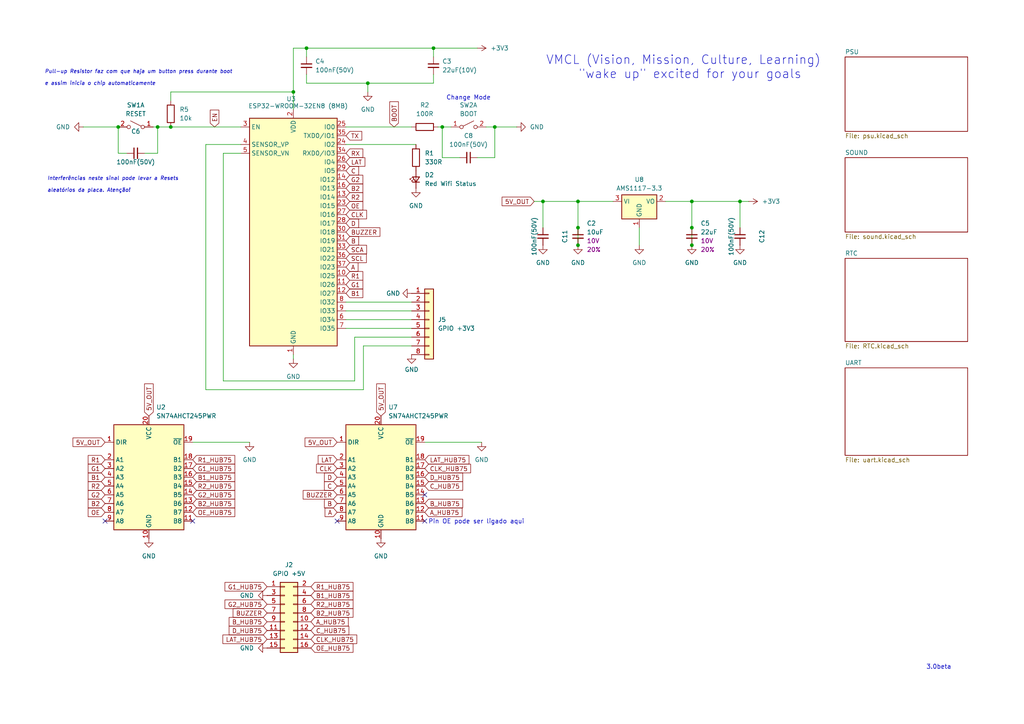
<source format=kicad_sch>
(kicad_sch (version 20250114) (generator "eeschema") (generator_version "9.0")
  (paper "A4")
  (lib_symbols
    (symbol "Connector_Generic:Conn_01x08" (pin_names (offset 1.016) (hide yes))
      (property "Reference" "J" (at 0 10.16 0))
      (property "Value" "Conn_01x08" (at 0 -12.7 0))
      (symbol "Conn_01x08_1_1"
        (rectangle (start -1.27 8.89) (end 1.27 -11.43) (stroke (width 0.254)) (fill (type background)))
        (rectangle (start -1.27 7.747) (end 0 7.493) (stroke (width 0.1524)))
        (rectangle (start -1.27 5.207) (end 0 4.953) (stroke (width 0.1524)))
        (rectangle (start -1.27 2.667) (end 0 2.413) (stroke (width 0.1524)))
        (rectangle (start -1.27 0.127) (end 0 -0.127) (stroke (width 0.1524)))
        (rectangle (start -1.27 -2.413) (end 0 -2.667) (stroke (width 0.1524)))
        (rectangle (start -1.27 -4.953) (end 0 -5.207) (stroke (width 0.1524)))
        (rectangle (start -1.27 -7.493) (end 0 -7.747) (stroke (width 0.1524)))
        (rectangle (start -1.27 -10.033) (end 0 -10.287) (stroke (width 0.1524)))
        (pin passive line (at -5.08 7.62 0) (length 3.81) (name "Pin_1") (number "1"))
        (pin passive line (at -5.08 5.08 0) (length 3.81) (name "Pin_2") (number "2"))
        (pin passive line (at -5.08 2.54 0) (length 3.81) (name "Pin_3") (number "3"))
        (pin passive line (at -5.08 0 0) (length 3.81) (name "Pin_4") (number "4"))
        (pin passive line (at -5.08 -2.54 0) (length 3.81) (name "Pin_5") (number "5"))
        (pin passive line (at -5.08 -5.08 0) (length 3.81) (name "Pin_6") (number "6"))
        (pin passive line (at -5.08 -7.62 0) (length 3.81) (name "Pin_7") (number "7"))
        (pin passive line (at -5.08 -10.16 0) (length 3.81) (name "Pin_8") (number "8"))
      )
    )
    (symbol "Connector_Generic:Conn_02x08_Odd_Even" (pin_names (offset 1.016) (hide yes))
      (property "Reference" "J" (at 1.27 10.16 0))
      (property "Value" "Conn_02x08_Odd_Even" (at 1.27 -12.7 0))
      (symbol "Conn_02x08_Odd_Even_1_1"
        (rectangle (start -1.27 8.89) (end 3.81 -11.43) (stroke (width 0.254)) (fill (type background)))
        (rectangle (start -1.27 7.747) (end 0 7.493) (stroke (width 0.1524)))
        (rectangle (start -1.27 5.207) (end 0 4.953) (stroke (width 0.1524)))
        (rectangle (start -1.27 2.667) (end 0 2.413) (stroke (width 0.1524)))
        (rectangle (start -1.27 0.127) (end 0 -0.127) (stroke (width 0.1524)))
        (rectangle (start -1.27 -2.413) (end 0 -2.667) (stroke (width 0.1524)))
        (rectangle (start -1.27 -4.953) (end 0 -5.207) (stroke (width 0.1524)))
        (rectangle (start -1.27 -7.493) (end 0 -7.747) (stroke (width 0.1524)))
        (rectangle (start -1.27 -10.033) (end 0 -10.287) (stroke (width 0.1524)))
        (rectangle (start 3.81 7.747) (end 2.54 7.493) (stroke (width 0.1524)))
        (rectangle (start 3.81 5.207) (end 2.54 4.953) (stroke (width 0.1524)))
        (rectangle (start 3.81 2.667) (end 2.54 2.413) (stroke (width 0.1524)))
        (rectangle (start 3.81 0.127) (end 2.54 -0.127) (stroke (width 0.1524)))
        (rectangle (start 3.81 -2.413) (end 2.54 -2.667) (stroke (width 0.1524)))
        (rectangle (start 3.81 -4.953) (end 2.54 -5.207) (stroke (width 0.1524)))
        (rectangle (start 3.81 -7.493) (end 2.54 -7.747) (stroke (width 0.1524)))
        (rectangle (start 3.81 -10.033) (end 2.54 -10.287) (stroke (width 0.1524)))
        (pin passive line (at -5.08 7.62 0) (length 3.81) (name "Pin_1") (number "1"))
        (pin passive line (at -5.08 5.08 0) (length 3.81) (name "Pin_3") (number "3"))
        (pin passive line (at -5.08 2.54 0) (length 3.81) (name "Pin_5") (number "5"))
        (pin passive line (at -5.08 0 0) (length 3.81) (name "Pin_7") (number "7"))
        (pin passive line (at -5.08 -2.54 0) (length 3.81) (name "Pin_9") (number "9"))
        (pin passive line (at -5.08 -5.08 0) (length 3.81) (name "Pin_11") (number "11"))
        (pin passive line (at -5.08 -7.62 0) (length 3.81) (name "Pin_13") (number "13"))
        (pin passive line (at -5.08 -10.16 0) (length 3.81) (name "Pin_15") (number "15"))
        (pin passive line (at 7.62 7.62 180) (length 3.81) (name "Pin_2") (number "2"))
        (pin passive line (at 7.62 5.08 180) (length 3.81) (name "Pin_4") (number "4"))
        (pin passive line (at 7.62 2.54 180) (length 3.81) (name "Pin_6") (number "6"))
        (pin passive line (at 7.62 0 180) (length 3.81) (name "Pin_8") (number "8"))
        (pin passive line (at 7.62 -2.54 180) (length 3.81) (name "Pin_10") (number "10"))
        (pin passive line (at 7.62 -5.08 180) (length 3.81) (name "Pin_12") (number "12"))
        (pin passive line (at 7.62 -7.62 180) (length 3.81) (name "Pin_14") (number "14"))
        (pin passive line (at 7.62 -10.16 180) (length 3.81) (name "Pin_16") (number "16"))
      )
    )
    (symbol "Device:C_Small" (pin_numbers (hide yes)) (pin_names (offset 0.254) (hide yes))
      (property "Reference" "C" (at 0.254 1.778 0))
      (property "Value" "C_Small" (at 0.254 -2.032 0))
      (symbol "C_Small_0_1"
        (polyline (pts (xy -1.524 0.508) (xy 1.524 0.508)) (stroke (width 0.3048)))
        (polyline (pts (xy -1.524 -0.508) (xy 1.524 -0.508)) (stroke (width 0.3302)))
      )
      (symbol "C_Small_1_1"
        (pin passive line (at 0 2.54 270) (length 2.032) (name "~") (number "1"))
        (pin passive line (at 0 -2.54 90) (length 2.032) (name "~") (number "2"))
      )
    )
    (symbol "Device:R" (pin_numbers (hide yes)) (pin_names (offset 0))
      (property "Reference" "R" (at 2.032 0 90))
      (property "Value" "R" (at 0 0 90))
      (symbol "R_0_1"
        (rectangle (start -1.016 -2.54) (end 1.016 2.54) (stroke (width 0.254)))
      )
      (symbol "R_1_1"
        (pin passive line (at 0 3.81 270) (length 1.27) (name "~") (number "1"))
        (pin passive line (at 0 -3.81 90) (length 1.27) (name "~") (number "2"))
      )
    )
    (symbol "Logic_LevelTranslator:SN74LVC245APW"
      (property "Reference" "U" (at -10.16 17.78 0))
      (property "Value" "SN74LVC245APW" (at 10.16 17.78 0))
      (symbol "SN74LVC245APW_0_1"
        (rectangle (start -10.16 15.24) (end 10.16 -15.24) (stroke (width 0.254)) (fill (type background)))
      )
      (symbol "SN74LVC245APW_1_1"
        (pin input line (at -12.7 10.16 0) (length 2.54) (name "DIR") (number "1"))
        (pin bidirectional line (at -12.7 5.08 0) (length 2.54) (name "A1") (number "2"))
        (pin bidirectional line (at -12.7 2.54 0) (length 2.54) (name "A2") (number "3"))
        (pin bidirectional line (at -12.7 0 0) (length 2.54) (name "A3") (number "4"))
        (pin bidirectional line (at -12.7 -2.54 0) (length 2.54) (name "A4") (number "5"))
        (pin bidirectional line (at -12.7 -5.08 0) (length 2.54) (name "A5") (number "6"))
        (pin bidirectional line (at -12.7 -7.62 0) (length 2.54) (name "A6") (number "7"))
        (pin bidirectional line (at -12.7 -10.16 0) (length 2.54) (name "A7") (number "8"))
        (pin bidirectional line (at -12.7 -12.7 0) (length 2.54) (name "A8") (number "9"))
        (pin power_in line (at 0 17.78 270) (length 2.54) (name "VCC") (number "20"))
        (pin power_in line (at 0 -17.78 90) (length 2.54) (name "GND") (number "10"))
        (pin input line (at 12.7 10.16 180) (length 2.54) (name "~{OE}") (number "19"))
        (pin bidirectional line (at 12.7 5.08 180) (length 2.54) (name "B1") (number "18"))
        (pin bidirectional line (at 12.7 2.54 180) (length 2.54) (name "B2") (number "17"))
        (pin bidirectional line (at 12.7 0 180) (length 2.54) (name "B3") (number "16"))
        (pin bidirectional line (at 12.7 -2.54 180) (length 2.54) (name "B4") (number "15"))
        (pin bidirectional line (at 12.7 -5.08 180) (length 2.54) (name "B5") (number "14"))
        (pin bidirectional line (at 12.7 -7.62 180) (length 2.54) (name "B6") (number "13"))
        (pin bidirectional line (at 12.7 -10.16 180) (length 2.54) (name "B7") (number "12"))
        (pin bidirectional line (at 12.7 -12.7 180) (length 2.54) (name "B8") (number "11"))
      )
    )
    (symbol "PCM_SparkFun-Capacitor:10uF_0603_10V_20%" (pin_numbers (hide yes)) (pin_names (offset 0.254))
      (property "Reference" "C" (at 0.635 2.54 0))
      (property "Value" "10uF" (at 0.635 -2.54 0))
      (property "Voltage" "10V" (at 0 -6.35 0))
      (property "Tolerance" "20%" (at 0 -8.89 0))
      (symbol "10uF_0603_10V_20%_0_1"
        (polyline (pts (xy -1.524 0.508) (xy 1.524 0.508)) (stroke (width 0.3048)))
        (polyline (pts (xy -1.524 -0.508) (xy 1.524 -0.508)) (stroke (width 0.3302)))
      )
      (symbol "10uF_0603_10V_20%_1_1"
        (pin passive line (at 0 2.54 270) (length 2.032) (name "~") (number "1"))
        (pin passive line (at 0 -2.54 90) (length 2.032) (name "~") (number "2"))
      )
    )
    (symbol "PCM_SparkFun-LED:LED_Red_0402" (pin_numbers (hide yes)) (pin_names (offset 1.016) (hide yes))
      (property "Reference" "D" (at 0 2.54 0))
      (property "Value" "Red" (at 0 -2.54 0))
      (symbol "LED_Red_0402_0_1"
        (polyline (pts (xy -0.762 -1.016) (xy -0.762 1.016)) (stroke (width 0.254)))
        (polyline (pts (xy 0 0.762) (xy -0.508 1.27) (xy -0.254 1.27) (xy -0.508 1.27) (xy -0.508 1.016)))
        (polyline (pts (xy 0.508 1.27) (xy 0 1.778) (xy 0.254 1.778) (xy 0 1.778) (xy 0 1.524)))
        (polyline (pts (xy 0.762 -1.016) (xy -0.762 0) (xy 0.762 1.016) (xy 0.762 -1.016)) (stroke (width 0.254)))
        (polyline (pts (xy 1.016 0) (xy -0.762 0)))
      )
      (symbol "LED_Red_0402_1_1"
        (pin passive line (at -2.54 0 0) (length 1.778) (name "K") (number "1"))
        (pin passive line (at 2.54 0 180) (length 1.778) (name "A") (number "2"))
      )
    )
    (symbol "RF_Module:ESP32-WROOM-32E"
      (property "Reference" "U" (at -12.7 34.29 0))
      (property "Value" "ESP32-WROOM-32E" (at 1.27 34.29 0))
      (symbol "ESP32-WROOM-32E_0_1"
        (rectangle (start -12.7 33.02) (end 12.7 -33.02) (stroke (width 0.254)) (fill (type background)))
      )
      (symbol "ESP32-WROOM-32E_1_1"
        (pin input line (at -15.24 30.48 0) (length 2.54) (name "EN") (number "3"))
        (pin input line (at -15.24 25.4 0) (length 2.54) (name "SENSOR_VP") (number "4"))
        (pin input line (at -15.24 22.86 0) (length 2.54) (name "SENSOR_VN") (number "5"))
        (pin no_connect line (at -12.7 0 0) (length 2.54) (hide yes) (name "NC") (number "21"))
        (pin no_connect line (at -12.7 -2.54 0) (length 2.54) (hide yes) (name "NC") (number "22"))
        (pin no_connect line (at -12.7 -5.08 0) (length 2.54) (hide yes) (name "NC") (number "17"))
        (pin no_connect line (at -12.7 -7.62 0) (length 2.54) (hide yes) (name "NC") (number "18"))
        (pin no_connect line (at -12.7 -10.16 0) (length 2.54) (hide yes) (name "NC") (number "20"))
        (pin no_connect line (at -12.7 -12.7 0) (length 2.54) (hide yes) (name "NC") (number "19"))
        (pin no_connect line (at -12.7 -27.94 0) (length 2.54) (hide yes) (name "NC") (number "32"))
        (pin power_in line (at 0 35.56 270) (length 2.54) (name "VDD") (number "2"))
        (pin power_in line (at 0 -35.56 90) (length 2.54) (name "GND") (number "1"))
        (pin passive line (at 0 -35.56 90) (length 2.54) (hide yes) (name "GND") (number "15"))
        (pin passive line (at 0 -35.56 90) (length 2.54) (hide yes) (name "GND") (number "38"))
        (pin passive line (at 0 -35.56 90) (length 2.54) (hide yes) (name "GND") (number "39"))
        (pin bidirectional line (at 15.24 30.48 180) (length 2.54) (name "IO0") (number "25"))
        (pin bidirectional line (at 15.24 27.94 180) (length 2.54) (name "TXD0/IO1") (number "35"))
        (pin bidirectional line (at 15.24 25.4 180) (length 2.54) (name "IO2") (number "24"))
        (pin bidirectional line (at 15.24 22.86 180) (length 2.54) (name "RXD0/IO3") (number "34"))
        (pin bidirectional line (at 15.24 20.32 180) (length 2.54) (name "IO4") (number "26"))
        (pin bidirectional line (at 15.24 17.78 180) (length 2.54) (name "IO5") (number "29"))
        (pin bidirectional line (at 15.24 15.24 180) (length 2.54) (name "IO12") (number "14"))
        (pin bidirectional line (at 15.24 12.7 180) (length 2.54) (name "IO13") (number "16"))
        (pin bidirectional line (at 15.24 10.16 180) (length 2.54) (name "IO14") (number "13"))
        (pin bidirectional line (at 15.24 7.62 180) (length 2.54) (name "IO15") (number "23"))
        (pin bidirectional line (at 15.24 5.08 180) (length 2.54) (name "IO16") (number "27"))
        (pin bidirectional line (at 15.24 2.54 180) (length 2.54) (name "IO17") (number "28"))
        (pin bidirectional line (at 15.24 0 180) (length 2.54) (name "IO18") (number "30"))
        (pin bidirectional line (at 15.24 -2.54 180) (length 2.54) (name "IO19") (number "31"))
        (pin bidirectional line (at 15.24 -5.08 180) (length 2.54) (name "IO21") (number "33"))
        (pin bidirectional line (at 15.24 -7.62 180) (length 2.54) (name "IO22") (number "36"))
        (pin bidirectional line (at 15.24 -10.16 180) (length 2.54) (name "IO23") (number "37"))
        (pin bidirectional line (at 15.24 -12.7 180) (length 2.54) (name "IO25") (number "10"))
        (pin bidirectional line (at 15.24 -15.24 180) (length 2.54) (name "IO26") (number "11"))
        (pin bidirectional line (at 15.24 -17.78 180) (length 2.54) (name "IO27") (number "12"))
        (pin bidirectional line (at 15.24 -20.32 180) (length 2.54) (name "IO32") (number "8"))
        (pin bidirectional line (at 15.24 -22.86 180) (length 2.54) (name "IO33") (number "9"))
        (pin input line (at 15.24 -25.4 180) (length 2.54) (name "IO34") (number "6"))
        (pin input line (at 15.24 -27.94 180) (length 2.54) (name "IO35") (number "7"))
      )
    )
    (symbol "Regulator_Linear:AMS1117-3.3"
      (property "Reference" "U" (at -3.81 3.175 0))
      (property "Value" "AMS1117-3.3" (at 0 3.175 0))
      (symbol "AMS1117-3.3_0_1"
        (rectangle (start -5.08 -5.08) (end 5.08 1.905) (stroke (width 0.254)) (fill (type background)))
      )
      (symbol "AMS1117-3.3_1_1"
        (pin power_in line (at -7.62 0 0) (length 2.54) (name "VI") (number "3"))
        (pin power_in line (at 0 -7.62 90) (length 2.54) (name "GND") (number "1"))
        (pin power_out line (at 7.62 0 180) (length 2.54) (name "VO") (number "2"))
      )
    )
    (symbol "Switch:SW_DPST_x2" (pin_names (offset 0) (hide yes))
      (property "Reference" "SW" (at 0 3.175 0))
      (property "Value" "SW_DPST_x2" (at 0 -2.54 0))
      (symbol "SW_DPST_x2_0_0"
        (circle (center -2.032 0) (radius 0.508))
        (polyline (pts (xy -1.524 0.254) (xy 1.524 1.778)))
        (circle (center 2.032 0) (radius 0.508))
      )
      (symbol "SW_DPST_x2_1_1"
        (pin passive line (at -5.08 0 0) (length 2.54) (name "A") (number "1"))
        (pin passive line (at 5.08 0 180) (length 2.54) (name "B") (number "2"))
      )
      (symbol "SW_DPST_x2_2_1"
        (pin passive line (at -5.08 0 0) (length 2.54) (name "A") (number "3"))
        (pin passive line (at 5.08 0 180) (length 2.54) (name "B") (number "4"))
      )
    )
    (symbol "power:+3V3" (power) (pin_numbers (hide yes)) (pin_names (offset 0) (hide yes))
      (property "Value" "+3V3" (at 0 3.556 0))
      (symbol "+3V3_0_1"
        (polyline (pts (xy -0.762 1.27) (xy 0 2.54)))
        (polyline (pts (xy 0 2.54) (xy 0.762 1.27)))
        (polyline (pts (xy 0 0) (xy 0 2.54)))
      )
      (symbol "+3V3_1_1"
        (pin power_in line (at 0 0 90) (length 0) (name "~") (number "1"))
      )
    )
    (symbol "power:GND" (power) (pin_numbers (hide yes)) (pin_names (offset 0) (hide yes))
      (property "Value" "GND" (at 0 -3.81 0))
      (symbol "GND_0_1"
        (polyline (pts (xy 0 0) (xy 0 -1.27) (xy 1.27 -1.27) (xy 0 -2.54) (xy -1.27 -1.27) (xy 0 -1.27)))
      )
      (symbol "GND_1_1"
        (pin power_in line (at 0 0 270) (length 0) (name "~") (number "1"))
      )
    )
  )
  (text "3.0beta" (at 272.288 193.548 0) (effects (font (size 1.27 1.27))))
  (text "VMCL (Vision, Mission, Culture, Learning)  \n\"wake up\" excited for your goals" (at 200.152 19.558 0) (effects (font (size 2.54 2.54))))
  (text "Pin OE pode ser ligado aqui" (at 138.176 151.384 0) (effects (font (size 1.27 1.27))))
  (text "Interferências neste sinal pode levar a Resets\n\naleatórios da placa. Atenção!" (at 13.716 53.594 0) (effects (font (size 1.0668 1.0668) (italic yes)) (justify left)))
  (text "Change Mode" (at 135.89 28.448 0) (effects (font (size 1.27 1.27))))
  (text "Pull-up Resistor faz com que haja um button press durante boot \n\ne assim inicia o chip automaticamente" (at 12.954 22.606 0) (effects (font (size 1.0668 1.0668) (italic yes)) (justify left)))
  (junction (at 45.72 36.83))
  (junction (at 125.73 13.97))
  (junction (at 157.48 58.42))
  (junction (at 200.66 58.42))
  (junction (at 143.51 36.83))
  (junction (at 85.09 26.67))
  (junction (at 167.64 71.12))
  (junction (at 167.64 58.42))
  (junction (at 214.63 58.42))
  (junction (at 34.29 36.83))
  (junction (at 128.27 36.83))
  (junction (at 200.66 66.04))
  (junction (at 167.64 66.04))
  (junction (at 106.68 24.13))
  (junction (at 49.53 36.83))
  (junction (at 200.66 71.12))
  (junction (at 88.9 13.97))
  (no_connect (at 123.19 143.51))
  (no_connect (at 55.88 151.13))
  (no_connect (at 123.19 151.13))
  (no_connect (at 97.79 151.13))
  (no_connect (at 30.48 151.13))
  (wire (pts (xy 69.85 44.45) (xy 64.77 44.45)))
  (wire (pts (xy 200.66 58.42) (xy 193.04 58.42)))
  (wire (pts (xy 59.69 41.91) (xy 59.69 113.03)))
  (wire (pts (xy 85.09 13.97) (xy 85.09 26.67)))
  (wire (pts (xy 49.53 29.21) (xy 49.53 26.67)))
  (wire (pts (xy 100.33 36.83) (xy 119.38 36.83)))
  (wire (pts (xy 217.17 58.42) (xy 214.63 58.42)))
  (wire (pts (xy 105.41 100.33) (xy 119.38 100.33)))
  (wire (pts (xy 167.64 58.42) (xy 177.8 58.42)))
  (wire (pts (xy 88.9 13.97) (xy 125.73 13.97)))
  (wire (pts (xy 138.43 45.72) (xy 143.51 45.72)))
  (wire (pts (xy 167.64 58.42) (xy 167.64 66.04)))
  (wire (pts (xy 24.13 36.83) (xy 34.29 36.83)))
  (wire (pts (xy 45.72 44.45) (xy 41.91 44.45)))
  (wire (pts (xy 200.66 71.12) (xy 200.66 66.04)))
  (wire (pts (xy 106.68 24.13) (xy 125.73 24.13)))
  (wire (pts (xy 185.42 71.12) (xy 185.42 66.04)))
  (wire (pts (xy 100.33 41.91) (xy 120.65 41.91)))
  (wire (pts (xy 125.73 13.97) (xy 138.43 13.97)))
  (wire (pts (xy 127 36.83) (xy 128.27 36.83)))
  (wire (pts (xy 34.29 44.45) (xy 34.29 36.83)))
  (wire (pts (xy 45.72 36.83) (xy 44.45 36.83)))
  (wire (pts (xy 154.94 58.42) (xy 157.48 58.42)))
  (wire (pts (xy 123.19 128.27) (xy 139.7 128.27)))
  (wire (pts (xy 100.33 87.63) (xy 119.38 87.63)))
  (wire (pts (xy 105.41 100.33) (xy 105.41 113.03)))
  (wire (pts (xy 88.9 16.51) (xy 88.9 13.97)))
  (wire (pts (xy 59.69 113.03) (xy 105.41 113.03)))
  (wire (pts (xy 64.77 44.45) (xy 64.77 110.49)))
  (wire (pts (xy 102.87 110.49) (xy 102.87 97.79)))
  (wire (pts (xy 69.85 41.91) (xy 59.69 41.91)))
  (wire (pts (xy 100.33 92.71) (xy 119.38 92.71)))
  (wire (pts (xy 102.87 97.79) (xy 119.38 97.79)))
  (wire (pts (xy 133.35 45.72) (xy 128.27 45.72)))
  (wire (pts (xy 125.73 24.13) (xy 125.73 21.59)))
  (wire (pts (xy 49.53 36.83) (xy 45.72 36.83)))
  (wire (pts (xy 45.72 36.83) (xy 45.72 44.45)))
  (wire (pts (xy 200.66 58.42) (xy 200.66 66.04)))
  (wire (pts (xy 125.73 16.51) (xy 125.73 13.97)))
  (wire (pts (xy 214.63 58.42) (xy 214.63 66.04)))
  (wire (pts (xy 88.9 24.13) (xy 106.68 24.13)))
  (wire (pts (xy 157.48 58.42) (xy 167.64 58.42)))
  (wire (pts (xy 88.9 24.13) (xy 88.9 21.59)))
  (wire (pts (xy 85.09 104.14) (xy 85.09 102.87)))
  (wire (pts (xy 100.33 95.25) (xy 119.38 95.25)))
  (wire (pts (xy 149.86 36.83) (xy 143.51 36.83)))
  (wire (pts (xy 36.83 44.45) (xy 34.29 44.45)))
  (wire (pts (xy 49.53 26.67) (xy 85.09 26.67)))
  (wire (pts (xy 100.33 90.17) (xy 119.38 90.17)))
  (wire (pts (xy 85.09 26.67) (xy 85.09 31.75)))
  (wire (pts (xy 55.88 128.27) (xy 72.39 128.27)))
  (wire (pts (xy 143.51 36.83) (xy 140.97 36.83)))
  (wire (pts (xy 143.51 36.83) (xy 143.51 45.72)))
  (wire (pts (xy 157.48 58.42) (xy 157.48 66.04)))
  (wire (pts (xy 214.63 58.42) (xy 200.66 58.42)))
  (wire (pts (xy 167.64 71.12) (xy 167.64 66.04)))
  (wire (pts (xy 128.27 36.83) (xy 130.81 36.83)))
  (wire (pts (xy 106.68 26.67) (xy 106.68 24.13)))
  (wire (pts (xy 128.27 36.83) (xy 128.27 45.72)))
  (wire (pts (xy 85.09 13.97) (xy 88.9 13.97)))
  (wire (pts (xy 64.77 110.49) (xy 102.87 110.49)))
  (wire (pts (xy 49.53 36.83) (xy 69.85 36.83)))
  (global_label "G2" (shape input) (at 30.48 143.51 180) (property "Intersheetrefs" "${INTERSHEET_REFS}" (effects (hide yes))))
  (global_label "LAT_HUB75" (shape input) (at 77.47 185.42 180) (property "Intersheetrefs" "${INTERSHEET_REFS}" (effects (hide yes))))
  (global_label "D_HUB75" (shape input) (at 123.19 138.43 0) (property "Intersheetrefs" "${INTERSHEET_REFS}" (effects (hide yes))))
  (global_label "EN" (shape input) (at 62.23 36.83 90) (property "Intersheetrefs" "${INTERSHEET_REFS}" (effects (hide yes))))
  (global_label "CLK_HUB75" (shape input) (at 123.19 135.89 0) (property "Intersheetrefs" "${INTERSHEET_REFS}" (effects (hide yes))))
  (global_label "G2_HUB75" (shape input) (at 55.88 143.51 0) (property "Intersheetrefs" "${INTERSHEET_REFS}" (effects (hide yes))))
  (global_label "BUZZER" (shape input) (at 100.33 67.31 0) (property "Intersheetrefs" "${INTERSHEET_REFS}" (effects (hide yes))))
  (global_label "B1" (shape input) (at 30.48 138.43 180) (property "Intersheetrefs" "${INTERSHEET_REFS}" (effects (hide yes))))
  (global_label "OE_HUB75" (shape input) (at 90.17 187.96 0) (property "Intersheetrefs" "${INTERSHEET_REFS}" (effects (hide yes))))
  (global_label "LAT" (shape input) (at 97.79 133.35 180) (property "Intersheetrefs" "${INTERSHEET_REFS}" (effects (hide yes))))
  (global_label "R2_HUB75" (shape input) (at 55.88 140.97 0) (property "Intersheetrefs" "${INTERSHEET_REFS}" (effects (hide yes))))
  (global_label "G1_HUB75" (shape input) (at 77.47 170.18 180) (property "Intersheetrefs" "${INTERSHEET_REFS}" (effects (hide yes))))
  (global_label "G1" (shape input) (at 100.33 82.55 0) (property "Intersheetrefs" "${INTERSHEET_REFS}" (effects (hide yes))))
  (global_label "A_HUB75" (shape input) (at 90.17 180.34 0) (property "Intersheetrefs" "${INTERSHEET_REFS}" (effects (hide yes))))
  (global_label "D" (shape input) (at 100.33 64.77 0) (property "Intersheetrefs" "${INTERSHEET_REFS}" (effects (hide yes))))
  (global_label "C_HUB75" (shape input) (at 90.17 182.88 0) (property "Intersheetrefs" "${INTERSHEET_REFS}" (effects (hide yes))))
  (global_label "R1_HUB75" (shape input) (at 90.17 170.18 0) (property "Intersheetrefs" "${INTERSHEET_REFS}" (effects (hide yes))))
  (global_label "BUZZER" (shape input) (at 77.47 177.8 180) (property "Intersheetrefs" "${INTERSHEET_REFS}" (effects (hide yes))))
  (global_label "R1" (shape input) (at 100.33 80.01 0) (property "Intersheetrefs" "${INTERSHEET_REFS}" (effects (hide yes))))
  (global_label "B1" (shape input) (at 100.33 85.09 0) (property "Intersheetrefs" "${INTERSHEET_REFS}" (effects (hide yes))))
  (global_label "D_HUB75" (shape input) (at 77.47 182.88 180) (property "Intersheetrefs" "${INTERSHEET_REFS}" (effects (hide yes))))
  (global_label "B2_HUB75" (shape input) (at 55.88 146.05 0) (property "Intersheetrefs" "${INTERSHEET_REFS}" (effects (hide yes))))
  (global_label "LAT_HUB75" (shape input) (at 123.19 133.35 0) (property "Intersheetrefs" "${INTERSHEET_REFS}" (effects (hide yes))))
  (global_label "CLK" (shape input) (at 97.79 135.89 180) (property "Intersheetrefs" "${INTERSHEET_REFS}" (effects (hide yes))))
  (global_label "B_HUB75" (shape input) (at 77.47 180.34 180) (property "Intersheetrefs" "${INTERSHEET_REFS}" (effects (hide yes))))
  (global_label "B" (shape input) (at 97.79 146.05 180) (property "Intersheetrefs" "${INTERSHEET_REFS}" (effects (hide yes))))
  (global_label "5V_OUT" (shape input) (at 110.49 120.65 90) (property "Intersheetrefs" "${INTERSHEET_REFS}" (effects (hide yes))))
  (global_label "A_HUB75" (shape input) (at 123.19 148.59 0) (property "Intersheetrefs" "${INTERSHEET_REFS}" (effects (hide yes))))
  (global_label "A" (shape input) (at 97.79 148.59 180) (property "Intersheetrefs" "${INTERSHEET_REFS}" (effects (hide yes))))
  (global_label "C" (shape input) (at 97.79 140.97 180) (property "Intersheetrefs" "${INTERSHEET_REFS}" (effects (hide yes))))
  (global_label "B2" (shape input) (at 100.33 54.61 0) (property "Intersheetrefs" "${INTERSHEET_REFS}" (effects (hide yes))))
  (global_label "B2_HUB75" (shape input) (at 90.17 177.8 0) (property "Intersheetrefs" "${INTERSHEET_REFS}" (effects (hide yes))))
  (global_label "OE_HUB75" (shape input) (at 55.88 148.59 0) (property "Intersheetrefs" "${INTERSHEET_REFS}" (effects (hide yes))))
  (global_label "B1_HUB75" (shape input) (at 55.88 138.43 0) (property "Intersheetrefs" "${INTERSHEET_REFS}" (effects (hide yes))))
  (global_label "BUZZER" (shape input) (at 97.79 143.51 180) (property "Intersheetrefs" "${INTERSHEET_REFS}" (effects (hide yes))))
  (global_label "R1_HUB75" (shape input) (at 55.88 133.35 0) (property "Intersheetrefs" "${INTERSHEET_REFS}" (effects (hide yes))))
  (global_label "TX" (shape input) (at 100.33 39.37 0) (property "Intersheetrefs" "${INTERSHEET_REFS}" (effects (hide yes))))
  (global_label "5V_OUT" (shape input) (at 154.94 58.42 180) (property "Intersheetrefs" "${INTERSHEET_REFS}" (effects (hide yes))))
  (global_label "B_HUB75" (shape input) (at 123.19 146.05 0) (property "Intersheetrefs" "${INTERSHEET_REFS}" (effects (hide yes))))
  (global_label "R2" (shape input) (at 100.33 57.15 0) (property "Intersheetrefs" "${INTERSHEET_REFS}" (effects (hide yes))))
  (global_label "G2" (shape input) (at 100.33 52.07 0) (property "Intersheetrefs" "${INTERSHEET_REFS}" (effects (hide yes))))
  (global_label "5V_OUT" (shape input) (at 97.79 128.27 180) (property "Intersheetrefs" "${INTERSHEET_REFS}" (effects (hide yes))))
  (global_label "LAT" (shape input) (at 100.33 46.99 0) (property "Intersheetrefs" "${INTERSHEET_REFS}" (effects (hide yes))))
  (global_label "CLK" (shape input) (at 100.33 62.23 0) (property "Intersheetrefs" "${INTERSHEET_REFS}" (effects (hide yes))))
  (global_label "SCL" (shape input) (at 100.33 74.93 0) (property "Intersheetrefs" "${INTERSHEET_REFS}" (effects (hide yes))))
  (global_label "5V_OUT" (shape input) (at 43.18 120.65 90) (property "Intersheetrefs" "${INTERSHEET_REFS}" (effects (hide yes))))
  (global_label "G1" (shape input) (at 30.48 135.89 180) (property "Intersheetrefs" "${INTERSHEET_REFS}" (effects (hide yes))))
  (global_label "R2" (shape input) (at 30.48 140.97 180) (property "Intersheetrefs" "${INTERSHEET_REFS}" (effects (hide yes))))
  (global_label "G1_HUB75" (shape input) (at 55.88 135.89 0) (property "Intersheetrefs" "${INTERSHEET_REFS}" (effects (hide yes))))
  (global_label "BOOT" (shape input) (at 114.3 36.83 90) (property "Intersheetrefs" "${INTERSHEET_REFS}" (effects (hide yes))))
  (global_label "RX" (shape input) (at 100.33 44.45 0) (property "Intersheetrefs" "${INTERSHEET_REFS}" (effects (hide yes))))
  (global_label "G2_HUB75" (shape input) (at 77.47 175.26 180) (property "Intersheetrefs" "${INTERSHEET_REFS}" (effects (hide yes))))
  (global_label "C" (shape input) (at 100.33 49.53 0) (property "Intersheetrefs" "${INTERSHEET_REFS}" (effects (hide yes))))
  (global_label "R1" (shape input) (at 30.48 133.35 180) (property "Intersheetrefs" "${INTERSHEET_REFS}" (effects (hide yes))))
  (global_label "A" (shape input) (at 100.33 77.47 0) (property "Intersheetrefs" "${INTERSHEET_REFS}" (effects (hide yes))))
  (global_label "R2_HUB75" (shape input) (at 90.17 175.26 0) (property "Intersheetrefs" "${INTERSHEET_REFS}" (effects (hide yes))))
  (global_label "B1_HUB75" (shape input) (at 90.17 172.72 0) (property "Intersheetrefs" "${INTERSHEET_REFS}" (effects (hide yes))))
  (global_label "SCA" (shape input) (at 100.33 72.39 0) (property "Intersheetrefs" "${INTERSHEET_REFS}" (effects (hide yes))))
  (global_label "C_HUB75" (shape input) (at 123.19 140.97 0) (property "Intersheetrefs" "${INTERSHEET_REFS}" (effects (hide yes))))
  (global_label "OE" (shape input) (at 100.33 59.69 0) (property "Intersheetrefs" "${INTERSHEET_REFS}" (effects (hide yes))))
  (global_label "B" (shape input) (at 100.33 69.85 0) (property "Intersheetrefs" "${INTERSHEET_REFS}" (effects (hide yes))))
  (global_label "D" (shape input) (at 97.79 138.43 180) (property "Intersheetrefs" "${INTERSHEET_REFS}" (effects (hide yes))))
  (global_label "OE" (shape input) (at 30.48 148.59 180) (property "Intersheetrefs" "${INTERSHEET_REFS}" (effects (hide yes))))
  (global_label "B2" (shape input) (at 30.48 146.05 180) (property "Intersheetrefs" "${INTERSHEET_REFS}" (effects (hide yes))))
  (global_label "5V_OUT" (shape input) (at 30.48 128.27 180) (property "Intersheetrefs" "${INTERSHEET_REFS}" (effects (hide yes))))
  (global_label "CLK_HUB75" (shape input) (at 90.17 185.42 0) (property "Intersheetrefs" "${INTERSHEET_REFS}" (effects (hide yes))))
  (symbol (lib_id "Connector_Generic:Conn_02x08_Odd_Even") (at 82.55 177.8 0) (unit 1)
    (property "Reference" "J2" (at 83.82 163.83 0))
    (property "Value" "GPIO +5V" (at 83.82 166.37 0))
    (property "Footprint" "Connector_PinHeader_2.54mm:PinHeader_2x08_P2.54mm_Vertical" (effects (hide yes)))
    (property "Description" "Generic connector, double row, 02x08, odd/even pin numbering scheme (row 1 odd numbers, row 2 even numbers), script generated (kicad-library-utils/schlib/autogen/connector/)" (effects (hide yes)))
    (property "LCSC" "C30734" (effects (hide yes)))
    (property "BASIC" "NA" (effects (hide yes)))
  )
  (symbol (lib_id "Device:C_Small") (at 214.63 68.58 0) (mirror y) (unit 1)
    (property "Reference" "C12" (at 220.98 68.5863 90))
    (property "Value" "100nF(50V)" (at 212.09 68.58 90))
    (property "Footprint" "Capacitor_SMD:C_0402_1005Metric" (effects (hide yes)))
    (property "Description" "Unpolarized capacitor, small symbol" (effects (hide yes)))
    (property "LCSC" "C307331" (effects (hide yes)))
    (property "BASIC" "x" (effects (hide yes)))
  )
  (symbol (lib_id "power:GND") (at 43.18 156.21 0) (unit 1)
    (property "Reference" "#PWR08" (effects (hide yes)))
    (property "Value" "GND" (at 43.18 161.29 0))
    (property "Description" "Power symbol creates a global label with name \"GND\" , ground" (effects (hide yes)))
  )
  (symbol (lib_id "power:GND") (at 200.66 71.12 0) (unit 1)
    (property "Reference" "#PWR032" (effects (hide yes)))
    (property "Value" "GND" (at 200.66 76.2 0))
    (property "Description" "Power symbol creates a global label with name \"GND\" , ground" (effects (hide yes)))
  )
  (symbol (lib_id "power:GND") (at 157.48 71.12 0) (unit 1)
    (property "Reference" "#PWR036" (effects (hide yes)))
    (property "Value" "GND" (at 157.48 76.2 0))
    (property "Description" "Power symbol creates a global label with name \"GND\" , ground" (effects (hide yes)))
  )
  (symbol (lib_id "power:GND") (at 185.42 71.12 0) (unit 1)
    (property "Reference" "#PWR013" (effects (hide yes)))
    (property "Value" "GND" (at 185.42 76.2 0))
    (property "Description" "Power symbol creates a global label with name \"GND\" , ground" (effects (hide yes)))
  )
  (symbol (lib_id "power:GND") (at 72.39 128.27 0) (unit 1)
    (property "Reference" "#PWR012" (effects (hide yes)))
    (property "Value" "GND" (at 72.39 133.35 0))
    (property "Description" "Power symbol creates a global label with name \"GND\" , ground" (effects (hide yes)))
  )
  (symbol (lib_id "power:GND") (at 77.47 172.72 270) (unit 1)
    (property "Reference" "#PWR05" (effects (hide yes)))
    (property "Value" "GND" (at 73.66 172.7199 90) (effects (justify right)))
    (property "Description" "Power symbol creates a global label with name \"GND\" , ground" (effects (hide yes)))
  )
  (symbol (lib_id "power:GND") (at 119.38 102.87 0) (unit 1)
    (property "Reference" "#PWR028" (effects (hide yes)))
    (property "Value" "GND" (at 119.38 107.188 0))
    (property "Description" "Power symbol creates a global label with name \"GND\" , ground" (effects (hide yes)))
  )
  (symbol (lib_id "Device:R") (at 123.19 36.83 90) (unit 1)
    (property "Reference" "R2" (at 123.19 30.48 90))
    (property "Value" "100R" (at 123.19 33.02 90))
    (property "Footprint" "Resistor_SMD:R_0402_1005Metric" (effects (hide yes)))
    (property "Description" "Resistor" (effects (hide yes)))
    (property "LCSC" "C25076" (effects (hide yes)))
    (property "BASIC" "x" (effects (hide yes)))
  )
  (symbol (lib_id "power:GND") (at 85.09 104.14 0) (unit 1)
    (property "Reference" "#PWR026" (effects (hide yes)))
    (property "Value" "GND" (at 85.09 109.22 0))
    (property "Description" "Power symbol creates a global label with name \"GND\" , ground" (effects (hide yes)))
  )
  (symbol (lib_id "Logic_LevelTranslator:SN74LVC245APW") (at 43.18 138.43 0) (unit 1)
    (property "Reference" "U2" (at 45.3233 118.11 0) (effects (justify left)))
    (property "Value" "SN74AHCT245PWR" (at 45.3233 120.65 0) (effects (justify left)))
    (property "Footprint" "Package_SO:TSSOP-20_4.4x6.5mm_P0.65mm" (effects (hide yes)))
    (property "Datasheet" "https://www.ti.com/lit/ds/scas218x/scas218x.pdf" (effects (hide yes)))
    (property "Description" "8-Bit Single-Supply Bus Transceiver With 5V tolerant input voltage and 3-State Outputs 24mA, TSSOP-20" (effects (hide yes)))
    (property "BASIC" "NA" (effects (hide yes)))
    (property "LCSC" "C10910" (effects (hide yes)))
  )
  (symbol (lib_id "PCM_SparkFun-LED:LED_Red_0402") (at 120.65 52.07 90) (unit 1)
    (property "Reference" "D2" (at 123.19 50.7364 90) (effects (justify right)))
    (property "Value" "Red Wifi Status" (at 123.19 53.2764 90) (effects (justify right)))
    (property "Footprint" "LED_SMD:LED_0603_1608Metric" (effects (hide yes)))
    (property "Datasheet" "https://www.sunledusa.com/products/spec/XZMDK68W-2.pdf" (effects (hide yes)))
    (property "Description" "Light emitting diode" (effects (hide yes)))
    (property "PROD_ID" "DIO-16757" (effects (hide yes)))
    (property "LCSC" "C2286" (effects (hide yes)))
    (property "BASIC" "x" (effects (hide yes)))
  )
  (symbol (lib_id "power:GND") (at 120.65 54.61 0) (unit 1)
    (property "Reference" "#PWR016" (effects (hide yes)))
    (property "Value" "GND" (at 120.65 59.69 0))
    (property "Description" "Power symbol creates a global label with name \"GND\" , ground" (effects (hide yes)))
  )
  (symbol (lib_id "Logic_LevelTranslator:SN74LVC245APW") (at 110.49 138.43 0) (unit 1)
    (property "Reference" "U7" (at 112.6333 118.11 0) (effects (justify left)))
    (property "Value" "SN74AHCT245PWR" (at 112.6333 120.65 0) (effects (justify left)))
    (property "Footprint" "Package_SO:TSSOP-20_4.4x6.5mm_P0.65mm" (effects (hide yes)))
    (property "Datasheet" "https://www.ti.com/lit/ds/scas218x/scas218x.pdf" (effects (hide yes)))
    (property "Description" "8-Bit Single-Supply Bus Transceiver With 5V tolerant input voltage and 3-State Outputs 24mA, TSSOP-20" (effects (hide yes)))
    (property "BASIC" "NA" (effects (hide yes)))
    (property "LCSC" "C10910" (effects (hide yes)))
  )
  (symbol (lib_id "power:+3V3") (at 138.43 13.97 270) (unit 1)
    (property "Reference" "#PWR025" (effects (hide yes)))
    (property "Value" "+3V3" (at 142.24 13.9699 90) (effects (justify left)))
    (property "Description" "Power symbol creates a global label with name \"+3V3\"" (effects (hide yes)))
  )
  (symbol (lib_id "power:GND") (at 214.63 71.12 0) (unit 1)
    (property "Reference" "#PWR037" (effects (hide yes)))
    (property "Value" "GND" (at 214.63 76.2 0))
    (property "Description" "Power symbol creates a global label with name \"GND\" , ground" (effects (hide yes)))
  )
  (symbol (lib_id "power:GND") (at 167.64 71.12 0) (unit 1)
    (property "Reference" "#PWR030" (effects (hide yes)))
    (property "Value" "GND" (at 167.64 76.2 0))
    (property "Description" "Power symbol creates a global label with name \"GND\" , ground" (effects (hide yes)))
  )
  (symbol (lib_id "power:GND") (at 106.68 26.67 0) (unit 1)
    (property "Reference" "#PWR010" (effects (hide yes)))
    (property "Value" "GND" (at 106.68 31.75 0))
    (property "Description" "Power symbol creates a global label with name \"GND\" , ground" (effects (hide yes)))
  )
  (symbol (lib_id "Connector_Generic:Conn_01x08") (at 124.46 92.71 0) (unit 1)
    (property "Reference" "J5" (at 127 92.7099 0) (effects (justify left)))
    (property "Value" "GPIO +3V3" (at 127 95.2499 0) (effects (justify left)))
    (property "Footprint" "Connector_PinHeader_2.54mm:PinHeader_1x08_P2.54mm_Vertical" (effects (hide yes)))
    (property "Description" "Generic connector, single row, 01x08, script generated (kicad-library-utils/schlib/autogen/connector/)" (effects (hide yes)))
    (property "LCSC" "C32713274 " (effects (hide yes)))
  )
  (symbol (lib_id "PCM_SparkFun-Capacitor:10uF_0603_10V_20%") (at 200.66 68.58 0) (unit 1)
    (property "Reference" "C5" (at 203.2 64.7762 0) (effects (justify left)))
    (property "Value" "22uF" (at 203.2 67.3162 0) (effects (justify left)))
    (property "Footprint" "PCM_SparkFun-Capacitor:C_0603_1608Metric" (effects (hide yes)))
    (property "Datasheet" "https://cdn.sparkfun.com/assets/8/a/4/a/5/Kemet_Capacitor_Datasheet.pdf" (effects (hide yes)))
    (property "Description" "Unpolarized capacitor" (effects (hide yes)))
    (property "PROD_ID" "CAP-20155" (effects (hide yes)))
    (property "Voltage" "10V" (at 203.2 69.8562 0) (effects (justify left)))
    (property "Tolerance" "20%" (at 203.2 72.3962 0) (effects (justify left)))
    (property "LCSC" "C59461" (effects (hide yes)))
    (property "BASIC" "x" (effects (hide yes)))
  )
  (symbol (lib_id "power:+3V3") (at 217.17 58.42 270) (unit 1)
    (property "Reference" "#PWR029" (effects (hide yes)))
    (property "Value" "+3V3" (at 220.98 58.4199 90) (effects (justify left)))
    (property "Description" "Power symbol creates a global label with name \"+3V3\"" (effects (hide yes)))
  )
  (symbol (lib_id "Device:R") (at 120.65 45.72 180) (unit 1)
    (property "Reference" "R1" (at 123.19 44.4499 0) (effects (justify right)))
    (property "Value" "330R" (at 123.19 46.9899 0) (effects (justify right)))
    (property "Footprint" "Resistor_SMD:R_0402_1005Metric" (effects (hide yes)))
    (property "Description" "Resistor" (effects (hide yes)))
    (property "LCSC" "C25104" (effects (hide yes)))
    (property "BASIC" "x" (effects (hide yes)))
  )
  (symbol (lib_id "Device:R") (at 49.53 33.02 0) (unit 1)
    (property "Reference" "R5" (at 52.07 31.7499 0) (effects (justify left)))
    (property "Value" "10k" (at 52.07 34.2899 0) (effects (justify left)))
    (property "Footprint" "Resistor_SMD:R_0402_1005Metric" (effects (hide yes)))
    (property "Description" "Resistor" (effects (hide yes)))
    (property "LCSC" "C25744" (effects (hide yes)))
    (property "BASIC" "x" (effects (hide yes)))
  )
  (symbol (lib_id "RF_Module:ESP32-WROOM-32E") (at 85.09 67.31 0) (unit 1)
    (property "Reference" "U3" (at 83.058 28.702 0) (effects (justify left)))
    (property "Value" "ESP32-WROOM-32EN8 (8MB)" (at 72.0247 30.734 0) (effects (justify left)))
    (property "Footprint" "PCM_Espressif:ESP32-WROOM-32E" (effects (hide yes)))
    (property "Datasheet" "https://www.espressif.com/sites/default/files/documentation/esp32-wroom-32e_esp32-wroom-32ue_datasheet_en.pdf" (effects (hide yes)))
    (property "Description" "RF Module, ESP32-D0WD-V3 SoC, without PSRAM, Wi-Fi 802.11b/g/n, Bluetooth, BLE, 32-bit, 2.7-3.6V, onboard antenna, SMD" (effects (hide yes)))
    (property "LCSC" "C701342" (effects (hide yes)))
    (property "BASIC" "NA" (effects (hide yes)))
  )
  (symbol (lib_id "power:GND") (at 77.47 187.96 270) (unit 1)
    (property "Reference" "#PWR03" (effects (hide yes)))
    (property "Value" "GND" (at 73.66 187.9599 90) (effects (justify right)))
    (property "Description" "Power symbol creates a global label with name \"GND\" , ground" (effects (hide yes)))
  )
  (symbol (lib_id "Device:C_Small") (at 157.48 68.58 0) (mirror y) (unit 1)
    (property "Reference" "C11" (at 163.83 68.5863 90))
    (property "Value" "100nF(50V)" (at 154.94 68.58 90))
    (property "Footprint" "Capacitor_SMD:C_0402_1005Metric" (effects (hide yes)))
    (property "Description" "Unpolarized capacitor, small symbol" (effects (hide yes)))
    (property "LCSC" "C307331" (effects (hide yes)))
    (property "BASIC" "x" (effects (hide yes)))
  )
  (symbol (lib_id "Device:C_Small") (at 39.37 44.45 90) (mirror x) (unit 1)
    (property "Reference" "C6" (at 39.3763 38.1 90))
    (property "Value" "100nF(50V)" (at 39.37 46.99 90))
    (property "Footprint" "Capacitor_SMD:C_0402_1005Metric" (effects (hide yes)))
    (property "Description" "Unpolarized capacitor, small symbol" (effects (hide yes)))
    (property "LCSC" "C307331" (effects (hide yes)))
    (property "BASIC" "x" (effects (hide yes)))
  )
  (symbol (lib_id "power:GND") (at 110.49 156.21 0) (unit 1)
    (property "Reference" "#PWR09" (effects (hide yes)))
    (property "Value" "GND" (at 110.49 161.29 0))
    (property "Description" "Power symbol creates a global label with name \"GND\" , ground" (effects (hide yes)))
  )
  (symbol (lib_id "power:GND") (at 139.7 128.27 0) (unit 1)
    (property "Reference" "#PWR021" (effects (hide yes)))
    (property "Value" "GND" (at 139.7 133.35 0))
    (property "Description" "Power symbol creates a global label with name \"GND\" , ground" (effects (hide yes)))
  )
  (symbol (lib_id "power:GND") (at 119.38 85.09 270) (unit 1)
    (property "Reference" "#PWR031" (effects (hide yes)))
    (property "Value" "GND" (at 116.078 85.09 90) (effects (justify right)))
    (property "Description" "Power symbol creates a global label with name \"GND\" , ground" (effects (hide yes)))
  )
  (symbol (lib_id "Device:C_Small") (at 135.89 45.72 270) (unit 1) (exclude_from_sim yes) (in_bom no) (on_board no)
    (property "Reference" "C8" (at 135.8836 39.37 90))
    (property "Value" "100nF(50V)" (at 135.8836 41.91 90))
    (property "Footprint" "Capacitor_SMD:C_0402_1005Metric" (effects (hide yes)))
    (property "Description" "Unpolarized capacitor, small symbol" (effects (hide yes)))
    (property "LCSC" "C307331" (effects (hide yes)))
    (property "BASIC" "x" (effects (hide yes)))
  )
  (symbol (lib_id "Regulator_Linear:AMS1117-3.3") (at 185.42 58.42 0) (unit 1)
    (property "Reference" "U8" (at 185.42 52.07 0))
    (property "Value" "AMS1117-3.3" (at 185.42 54.61 0))
    (property "Footprint" "Package_TO_SOT_SMD:SOT-223-3_TabPin2" (effects (hide yes)))
    (property "Datasheet" "http://www.advanced-monolithic.com/pdf/ds1117.pdf" (effects (hide yes)))
    (property "Description" "1A Low Dropout regulator, positive, 3.3V fixed output, SOT-223" (effects (hide yes)))
    (property "LCSC" "C6186" (effects (hide yes)))
    (property "BASIC" "x" (effects (hide yes)))
  )
  (symbol (lib_id "Device:C_Small") (at 125.73 19.05 0) (unit 1)
    (property "Reference" "C3" (at 128.27 17.7862 0) (effects (justify left)))
    (property "Value" "22uF(10V)" (at 128.27 20.3262 0) (effects (justify left)))
    (property "Footprint" "Capacitor_SMD:C_1206_3216Metric" (effects (hide yes)))
    (property "Description" "Unpolarized capacitor, small symbol" (effects (hide yes)))
    (property "LCSC" "C12891" (effects (hide yes)))
    (property "BASIC" "x" (effects (hide yes)))
  )
  (symbol (lib_id "Switch:SW_DPST_x2") (at 135.89 36.83 0) (unit 1)
    (property "Reference" "SW2" (at 135.89 30.48 0))
    (property "Value" "BOOT" (at 135.89 33.02 0))
    (property "Footprint" "Button_Switch_SMD:SW_SPST_TS-1088-xR025" (effects (hide yes)))
    (property "Description" "Single Pole Single Throw (SPST) switch, separate symbol" (effects (hide yes)))
    (property "LCSC" "C720477" (effects (hide yes)))
    (property "BASIC" "x" (effects (hide yes)))
  )
  (symbol (lib_id "power:GND") (at 24.13 36.83 270) (mirror x) (unit 1)
    (property "Reference" "#PWR014" (effects (hide yes)))
    (property "Value" "GND" (at 20.32 36.8299 90) (effects (justify right)))
    (property "Description" "Power symbol creates a global label with name \"GND\" , ground" (effects (hide yes)))
  )
  (symbol (lib_id "PCM_SparkFun-Capacitor:10uF_0603_10V_20%") (at 167.64 68.58 0) (unit 1)
    (property "Reference" "C2" (at 170.18 64.7762 0) (effects (justify left)))
    (property "Value" "10uF" (at 170.18 67.3162 0) (effects (justify left)))
    (property "Footprint" "PCM_SparkFun-Capacitor:C_0603_1608Metric" (effects (hide yes)))
    (property "Datasheet" "https://cdn.sparkfun.com/assets/8/a/4/a/5/Kemet_Capacitor_Datasheet.pdf" (effects (hide yes)))
    (property "Description" "Unpolarized capacitor" (effects (hide yes)))
    (property "PROD_ID" "CAP-20155" (effects (hide yes)))
    (property "Voltage" "10V" (at 170.18 69.8562 0) (effects (justify left)))
    (property "Tolerance" "20%" (at 170.18 72.3962 0) (effects (justify left)))
    (property "LCSC" "C19702" (effects (hide yes)))
    (property "BASIC" "x" (effects (hide yes)))
  )
  (symbol (lib_id "power:GND") (at 149.86 36.83 90) (unit 1)
    (property "Reference" "#PWR015" (effects (hide yes)))
    (property "Value" "GND" (at 153.67 36.8299 90) (effects (justify right)))
    (property "Description" "Power symbol creates a global label with name \"GND\" , ground" (effects (hide yes)))
  )
  (symbol (lib_id "Switch:SW_DPST_x2") (at 39.37 36.83 0) (mirror y) (unit 1)
    (property "Reference" "SW1" (at 39.37 30.48 0))
    (property "Value" "RESET" (at 39.37 33.02 0))
    (property "Footprint" "Button_Switch_SMD:SW_SPST_TS-1088-xR025" (effects (hide yes)))
    (property "Description" "Single Pole Single Throw (SPST) switch, separate symbol" (effects (hide yes)))
    (property "LCSC" "C720477" (effects (hide yes)))
    (property "BASIC" "x" (effects (hide yes)))
  )
  (symbol (lib_id "Device:C_Small") (at 88.9 19.05 0) (unit 1)
    (property "Reference" "C4" (at 91.44 17.7862 0) (effects (justify left)))
    (property "Value" "100nF(50V)" (at 91.44 20.3262 0) (effects (justify left)))
    (property "Footprint" "Capacitor_SMD:C_0402_1005Metric" (effects (hide yes)))
    (property "Description" "Unpolarized capacitor, small symbol" (effects (hide yes)))
    (property "LCSC" "C307331" (effects (hide yes)))
    (property "BASIC" "x" (effects (hide yes)))
  )
  (sheet (at 245.11 74.93) (size 35.56 24.13) (stroke (width 0.1524))
    (property "Sheetname" "RTC" (at 245.11 74.2184 0) (effects (justify left bottom)))
    (property "Sheetfile" "RTC.kicad_sch" (at 245.11 99.6446 0) (effects (justify left top)))
  )
  (sheet (at 245.11 45.72) (size 35.56 21.59) (stroke (width 0.1524))
    (property "Sheetname" "SOUND" (at 245.11 45.0084 0) (effects (justify left bottom)))
    (property "Sheetfile" "sound.kicad_sch" (at 245.11 67.8946 0) (effects (justify left top)))
  )
  (sheet (at 245.11 16.51) (size 35.56 21.59) (stroke (width 0.1524))
    (property "Sheetname" "PSU" (at 245.11 15.7984 0) (effects (justify left bottom)))
    (property "Sheetfile" "psu.kicad_sch" (at 245.11 38.6846 0) (effects (justify left top)))
  )
  (sheet (at 245.11 106.68) (size 35.56 25.4) (stroke (width 0.1524))
    (property "Sheetname" "UART" (at 245.11 105.9684 0) (effects (justify left bottom)))
    (property "Sheetfile" "uart.kicad_sch" (at 245.11 132.6646 0) (effects (justify left top)))
  )
)
</source>
